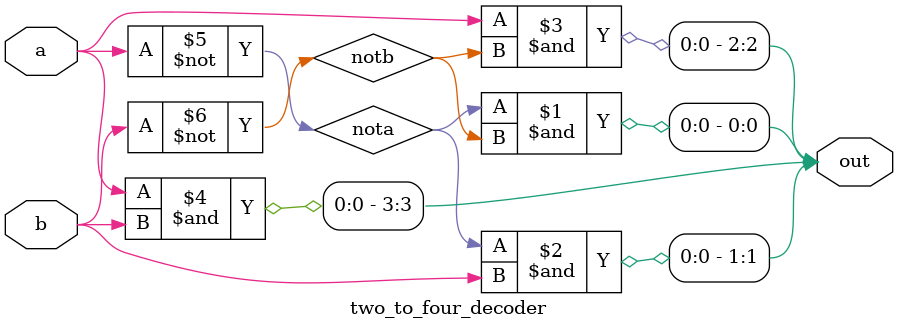
<source format=v>
module two_to_four_decoder(out,a,b);
	input a,b;
	output [3:0]out;
	wire nota,notb;
	not not0(nota,a);
	not not1(notb,b);
	and and0(out[0],nota,notb);
	and and1(out[1],nota,b);
	and and2(out[2],a,notb);
	and and3(out[3],a,b);
	
	


endmodule
</source>
